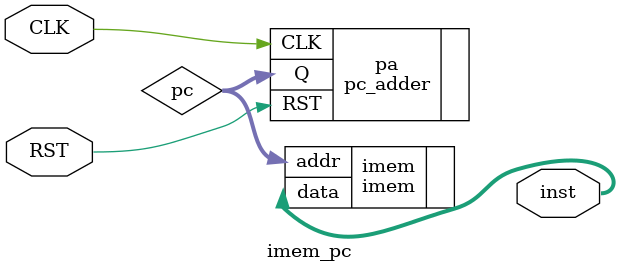
<source format=v>
module imem_pc(CLK, RST, inst);
    input CLK, RST;
    output[31:0] inst;

    wire[31:0] pc;

    pc_adder pa(
        .CLK(CLK),
        .RST(RST),
        .Q(pc)
    );

    imem imem(
        .addr(pc),
        .data(inst)
    );

endmodule
</source>
